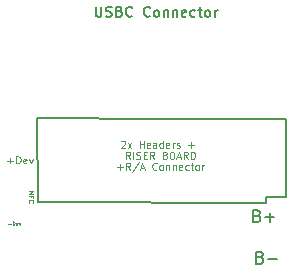
<source format=gto>
G04 #@! TF.FileFunction,Other,User*
%FSLAX46Y46*%
G04 Gerber Fmt 4.6, Leading zero omitted, Abs format (unit mm)*
G04 Created by KiCad (PCBNEW 4.0.2-stable) date 1/2/2018 2:21:40 AM*
%MOMM*%
G01*
G04 APERTURE LIST*
%ADD10C,0.050000*%
%ADD11C,0.150000*%
%ADD12C,0.127000*%
%ADD13C,0.080000*%
G04 APERTURE END LIST*
D10*
D11*
X48153942Y-70706415D02*
X48179342Y-70706415D01*
X58720342Y-70706415D02*
X48153942Y-70706415D01*
X58720342Y-77310415D02*
X58720342Y-70706415D01*
X57018542Y-77310415D02*
X58720342Y-77310415D01*
X57018542Y-77793015D02*
X57018542Y-77310415D01*
X37663742Y-77742215D02*
X57018542Y-77793015D01*
X37612942Y-70655615D02*
X37663742Y-77742215D01*
X48153942Y-70706415D02*
X37612942Y-70655615D01*
D12*
X42571990Y-61191091D02*
X42571990Y-61890196D01*
X42613114Y-61972444D01*
X42654238Y-62013567D01*
X42736485Y-62054691D01*
X42900981Y-62054691D01*
X42983228Y-62013567D01*
X43024352Y-61972444D01*
X43065476Y-61890196D01*
X43065476Y-61191091D01*
X43435590Y-62013567D02*
X43558962Y-62054691D01*
X43764581Y-62054691D01*
X43846828Y-62013567D01*
X43887952Y-61972444D01*
X43929076Y-61890196D01*
X43929076Y-61807948D01*
X43887952Y-61725701D01*
X43846828Y-61684577D01*
X43764581Y-61643453D01*
X43600085Y-61602329D01*
X43517838Y-61561205D01*
X43476714Y-61520082D01*
X43435590Y-61437834D01*
X43435590Y-61355586D01*
X43476714Y-61273339D01*
X43517838Y-61232215D01*
X43600085Y-61191091D01*
X43805705Y-61191091D01*
X43929076Y-61232215D01*
X44587057Y-61602329D02*
X44710428Y-61643453D01*
X44751552Y-61684577D01*
X44792676Y-61766825D01*
X44792676Y-61890196D01*
X44751552Y-61972444D01*
X44710428Y-62013567D01*
X44628181Y-62054691D01*
X44299190Y-62054691D01*
X44299190Y-61191091D01*
X44587057Y-61191091D01*
X44669304Y-61232215D01*
X44710428Y-61273339D01*
X44751552Y-61355586D01*
X44751552Y-61437834D01*
X44710428Y-61520082D01*
X44669304Y-61561205D01*
X44587057Y-61602329D01*
X44299190Y-61602329D01*
X45656276Y-61972444D02*
X45615152Y-62013567D01*
X45491781Y-62054691D01*
X45409533Y-62054691D01*
X45286161Y-62013567D01*
X45203914Y-61931320D01*
X45162790Y-61849072D01*
X45121666Y-61684577D01*
X45121666Y-61561205D01*
X45162790Y-61396710D01*
X45203914Y-61314463D01*
X45286161Y-61232215D01*
X45409533Y-61191091D01*
X45491781Y-61191091D01*
X45615152Y-61232215D01*
X45656276Y-61273339D01*
X47177857Y-61972444D02*
X47136733Y-62013567D01*
X47013362Y-62054691D01*
X46931114Y-62054691D01*
X46807742Y-62013567D01*
X46725495Y-61931320D01*
X46684371Y-61849072D01*
X46643247Y-61684577D01*
X46643247Y-61561205D01*
X46684371Y-61396710D01*
X46725495Y-61314463D01*
X46807742Y-61232215D01*
X46931114Y-61191091D01*
X47013362Y-61191091D01*
X47136733Y-61232215D01*
X47177857Y-61273339D01*
X47671342Y-62054691D02*
X47589095Y-62013567D01*
X47547971Y-61972444D01*
X47506847Y-61890196D01*
X47506847Y-61643453D01*
X47547971Y-61561205D01*
X47589095Y-61520082D01*
X47671342Y-61478958D01*
X47794714Y-61478958D01*
X47876962Y-61520082D01*
X47918085Y-61561205D01*
X47959209Y-61643453D01*
X47959209Y-61890196D01*
X47918085Y-61972444D01*
X47876962Y-62013567D01*
X47794714Y-62054691D01*
X47671342Y-62054691D01*
X48329323Y-61478958D02*
X48329323Y-62054691D01*
X48329323Y-61561205D02*
X48370447Y-61520082D01*
X48452694Y-61478958D01*
X48576066Y-61478958D01*
X48658314Y-61520082D01*
X48699437Y-61602329D01*
X48699437Y-62054691D01*
X49110675Y-61478958D02*
X49110675Y-62054691D01*
X49110675Y-61561205D02*
X49151799Y-61520082D01*
X49234046Y-61478958D01*
X49357418Y-61478958D01*
X49439666Y-61520082D01*
X49480789Y-61602329D01*
X49480789Y-62054691D01*
X50221018Y-62013567D02*
X50138770Y-62054691D01*
X49974275Y-62054691D01*
X49892027Y-62013567D01*
X49850903Y-61931320D01*
X49850903Y-61602329D01*
X49892027Y-61520082D01*
X49974275Y-61478958D01*
X50138770Y-61478958D01*
X50221018Y-61520082D01*
X50262141Y-61602329D01*
X50262141Y-61684577D01*
X49850903Y-61766825D01*
X51002370Y-62013567D02*
X50920123Y-62054691D01*
X50755627Y-62054691D01*
X50673380Y-62013567D01*
X50632256Y-61972444D01*
X50591132Y-61890196D01*
X50591132Y-61643453D01*
X50632256Y-61561205D01*
X50673380Y-61520082D01*
X50755627Y-61478958D01*
X50920123Y-61478958D01*
X51002370Y-61520082D01*
X51249114Y-61478958D02*
X51578104Y-61478958D01*
X51372485Y-61191091D02*
X51372485Y-61931320D01*
X51413609Y-62013567D01*
X51495856Y-62054691D01*
X51578104Y-62054691D01*
X51989342Y-62054691D02*
X51907095Y-62013567D01*
X51865971Y-61972444D01*
X51824847Y-61890196D01*
X51824847Y-61643453D01*
X51865971Y-61561205D01*
X51907095Y-61520082D01*
X51989342Y-61478958D01*
X52112714Y-61478958D01*
X52194962Y-61520082D01*
X52236085Y-61561205D01*
X52277209Y-61643453D01*
X52277209Y-61890196D01*
X52236085Y-61972444D01*
X52194962Y-62013567D01*
X52112714Y-62054691D01*
X51989342Y-62054691D01*
X52647323Y-62054691D02*
X52647323Y-61478958D01*
X52647323Y-61643453D02*
X52688447Y-61561205D01*
X52729571Y-61520082D01*
X52811818Y-61478958D01*
X52894066Y-61478958D01*
D10*
X35162700Y-79567044D02*
X35391271Y-79567044D01*
X35534129Y-79681329D02*
X35534129Y-79381329D01*
X35605557Y-79381329D01*
X35648414Y-79395615D01*
X35676986Y-79424186D01*
X35691271Y-79452758D01*
X35705557Y-79509901D01*
X35705557Y-79552758D01*
X35691271Y-79609901D01*
X35676986Y-79638472D01*
X35648414Y-79667044D01*
X35605557Y-79681329D01*
X35534129Y-79681329D01*
X35948414Y-79667044D02*
X35919843Y-79681329D01*
X35862700Y-79681329D01*
X35834129Y-79667044D01*
X35819843Y-79638472D01*
X35819843Y-79524186D01*
X35834129Y-79495615D01*
X35862700Y-79481329D01*
X35919843Y-79481329D01*
X35948414Y-79495615D01*
X35962700Y-79524186D01*
X35962700Y-79552758D01*
X35819843Y-79581329D01*
X36062700Y-79481329D02*
X36134129Y-79681329D01*
X36205557Y-79481329D01*
D13*
X36898590Y-76799301D02*
X37298590Y-76799301D01*
X36898590Y-77027873D01*
X37298590Y-77027873D01*
X37108113Y-77351682D02*
X37108113Y-77218349D01*
X36898590Y-77218349D02*
X37298590Y-77218349D01*
X37298590Y-77408825D01*
X36936685Y-77789778D02*
X36917637Y-77770730D01*
X36898590Y-77713587D01*
X36898590Y-77675492D01*
X36917637Y-77618349D01*
X36955732Y-77580254D01*
X36993828Y-77561206D01*
X37070018Y-77542158D01*
X37127161Y-77542158D01*
X37203352Y-77561206D01*
X37241447Y-77580254D01*
X37279542Y-77618349D01*
X37298590Y-77675492D01*
X37298590Y-77713587D01*
X37279542Y-77770730D01*
X37260494Y-77789778D01*
X35109228Y-74229758D02*
X35573685Y-74229758D01*
X35341456Y-74461986D02*
X35341456Y-73997529D01*
X35863971Y-74461986D02*
X35863971Y-73852386D01*
X36009114Y-73852386D01*
X36096199Y-73881415D01*
X36154257Y-73939472D01*
X36183285Y-73997529D01*
X36212314Y-74113644D01*
X36212314Y-74200729D01*
X36183285Y-74316844D01*
X36154257Y-74374901D01*
X36096199Y-74432958D01*
X36009114Y-74461986D01*
X35863971Y-74461986D01*
X36705799Y-74432958D02*
X36647742Y-74461986D01*
X36531628Y-74461986D01*
X36473571Y-74432958D01*
X36444542Y-74374901D01*
X36444542Y-74142672D01*
X36473571Y-74084615D01*
X36531628Y-74055586D01*
X36647742Y-74055586D01*
X36705799Y-74084615D01*
X36734828Y-74142672D01*
X36734828Y-74200729D01*
X36444542Y-74258786D01*
X36938028Y-74055586D02*
X37083171Y-74461986D01*
X37228313Y-74055586D01*
D11*
X56512961Y-82419444D02*
X56658104Y-82467825D01*
X56706485Y-82516205D01*
X56754866Y-82612967D01*
X56754866Y-82758110D01*
X56706485Y-82854872D01*
X56658104Y-82903253D01*
X56561342Y-82951634D01*
X56174295Y-82951634D01*
X56174295Y-81935634D01*
X56512961Y-81935634D01*
X56609723Y-81984015D01*
X56658104Y-82032396D01*
X56706485Y-82129158D01*
X56706485Y-82225920D01*
X56658104Y-82322682D01*
X56609723Y-82371063D01*
X56512961Y-82419444D01*
X56174295Y-82419444D01*
X57190295Y-82564586D02*
X57964390Y-82564586D01*
D13*
X44728571Y-72596004D02*
X44757600Y-72566975D01*
X44815657Y-72537946D01*
X44960800Y-72537946D01*
X45018857Y-72566975D01*
X45047886Y-72596004D01*
X45076914Y-72654061D01*
X45076914Y-72712118D01*
X45047886Y-72799204D01*
X44699543Y-73147546D01*
X45076914Y-73147546D01*
X45280114Y-73147546D02*
X45599428Y-72741146D01*
X45280114Y-72741146D02*
X45599428Y-73147546D01*
X46296114Y-73147546D02*
X46296114Y-72537946D01*
X46296114Y-72828232D02*
X46644457Y-72828232D01*
X46644457Y-73147546D02*
X46644457Y-72537946D01*
X47166971Y-73118518D02*
X47108914Y-73147546D01*
X46992800Y-73147546D01*
X46934743Y-73118518D01*
X46905714Y-73060461D01*
X46905714Y-72828232D01*
X46934743Y-72770175D01*
X46992800Y-72741146D01*
X47108914Y-72741146D01*
X47166971Y-72770175D01*
X47196000Y-72828232D01*
X47196000Y-72886289D01*
X46905714Y-72944346D01*
X47718514Y-73147546D02*
X47718514Y-72828232D01*
X47689485Y-72770175D01*
X47631428Y-72741146D01*
X47515314Y-72741146D01*
X47457257Y-72770175D01*
X47718514Y-73118518D02*
X47660457Y-73147546D01*
X47515314Y-73147546D01*
X47457257Y-73118518D01*
X47428228Y-73060461D01*
X47428228Y-73002404D01*
X47457257Y-72944346D01*
X47515314Y-72915318D01*
X47660457Y-72915318D01*
X47718514Y-72886289D01*
X48270057Y-73147546D02*
X48270057Y-72537946D01*
X48270057Y-73118518D02*
X48212000Y-73147546D01*
X48095886Y-73147546D01*
X48037828Y-73118518D01*
X48008800Y-73089489D01*
X47979771Y-73031432D01*
X47979771Y-72857261D01*
X48008800Y-72799204D01*
X48037828Y-72770175D01*
X48095886Y-72741146D01*
X48212000Y-72741146D01*
X48270057Y-72770175D01*
X48792571Y-73118518D02*
X48734514Y-73147546D01*
X48618400Y-73147546D01*
X48560343Y-73118518D01*
X48531314Y-73060461D01*
X48531314Y-72828232D01*
X48560343Y-72770175D01*
X48618400Y-72741146D01*
X48734514Y-72741146D01*
X48792571Y-72770175D01*
X48821600Y-72828232D01*
X48821600Y-72886289D01*
X48531314Y-72944346D01*
X49082857Y-73147546D02*
X49082857Y-72741146D01*
X49082857Y-72857261D02*
X49111885Y-72799204D01*
X49140914Y-72770175D01*
X49198971Y-72741146D01*
X49257028Y-72741146D01*
X49431199Y-73118518D02*
X49489256Y-73147546D01*
X49605371Y-73147546D01*
X49663428Y-73118518D01*
X49692456Y-73060461D01*
X49692456Y-73031432D01*
X49663428Y-72973375D01*
X49605371Y-72944346D01*
X49518285Y-72944346D01*
X49460228Y-72915318D01*
X49431199Y-72857261D01*
X49431199Y-72828232D01*
X49460228Y-72770175D01*
X49518285Y-72741146D01*
X49605371Y-72741146D01*
X49663428Y-72770175D01*
X50418171Y-72915318D02*
X50882628Y-72915318D01*
X50650399Y-73147546D02*
X50650399Y-72683089D01*
X45497828Y-74080986D02*
X45294628Y-73790701D01*
X45149485Y-74080986D02*
X45149485Y-73471386D01*
X45381713Y-73471386D01*
X45439771Y-73500415D01*
X45468799Y-73529444D01*
X45497828Y-73587501D01*
X45497828Y-73674586D01*
X45468799Y-73732644D01*
X45439771Y-73761672D01*
X45381713Y-73790701D01*
X45149485Y-73790701D01*
X45759085Y-74080986D02*
X45759085Y-73471386D01*
X46020342Y-74051958D02*
X46107428Y-74080986D01*
X46252571Y-74080986D01*
X46310628Y-74051958D01*
X46339657Y-74022929D01*
X46368685Y-73964872D01*
X46368685Y-73906815D01*
X46339657Y-73848758D01*
X46310628Y-73819729D01*
X46252571Y-73790701D01*
X46136457Y-73761672D01*
X46078399Y-73732644D01*
X46049371Y-73703615D01*
X46020342Y-73645558D01*
X46020342Y-73587501D01*
X46049371Y-73529444D01*
X46078399Y-73500415D01*
X46136457Y-73471386D01*
X46281599Y-73471386D01*
X46368685Y-73500415D01*
X46629942Y-73761672D02*
X46833142Y-73761672D01*
X46920228Y-74080986D02*
X46629942Y-74080986D01*
X46629942Y-73471386D01*
X46920228Y-73471386D01*
X47529828Y-74080986D02*
X47326628Y-73790701D01*
X47181485Y-74080986D02*
X47181485Y-73471386D01*
X47413713Y-73471386D01*
X47471771Y-73500415D01*
X47500799Y-73529444D01*
X47529828Y-73587501D01*
X47529828Y-73674586D01*
X47500799Y-73732644D01*
X47471771Y-73761672D01*
X47413713Y-73790701D01*
X47181485Y-73790701D01*
X48458742Y-73761672D02*
X48545828Y-73790701D01*
X48574856Y-73819729D01*
X48603885Y-73877786D01*
X48603885Y-73964872D01*
X48574856Y-74022929D01*
X48545828Y-74051958D01*
X48487770Y-74080986D01*
X48255542Y-74080986D01*
X48255542Y-73471386D01*
X48458742Y-73471386D01*
X48516799Y-73500415D01*
X48545828Y-73529444D01*
X48574856Y-73587501D01*
X48574856Y-73645558D01*
X48545828Y-73703615D01*
X48516799Y-73732644D01*
X48458742Y-73761672D01*
X48255542Y-73761672D01*
X48981256Y-73471386D02*
X49097370Y-73471386D01*
X49155428Y-73500415D01*
X49213485Y-73558472D01*
X49242513Y-73674586D01*
X49242513Y-73877786D01*
X49213485Y-73993901D01*
X49155428Y-74051958D01*
X49097370Y-74080986D01*
X48981256Y-74080986D01*
X48923199Y-74051958D01*
X48865142Y-73993901D01*
X48836113Y-73877786D01*
X48836113Y-73674586D01*
X48865142Y-73558472D01*
X48923199Y-73500415D01*
X48981256Y-73471386D01*
X49474742Y-73906815D02*
X49765028Y-73906815D01*
X49416685Y-74080986D02*
X49619885Y-73471386D01*
X49823085Y-74080986D01*
X50374628Y-74080986D02*
X50171428Y-73790701D01*
X50026285Y-74080986D02*
X50026285Y-73471386D01*
X50258513Y-73471386D01*
X50316571Y-73500415D01*
X50345599Y-73529444D01*
X50374628Y-73587501D01*
X50374628Y-73674586D01*
X50345599Y-73732644D01*
X50316571Y-73761672D01*
X50258513Y-73790701D01*
X50026285Y-73790701D01*
X50635885Y-74080986D02*
X50635885Y-73471386D01*
X50781028Y-73471386D01*
X50868113Y-73500415D01*
X50926171Y-73558472D01*
X50955199Y-73616529D01*
X50984228Y-73732644D01*
X50984228Y-73819729D01*
X50955199Y-73935844D01*
X50926171Y-73993901D01*
X50868113Y-74051958D01*
X50781028Y-74080986D01*
X50635885Y-74080986D01*
X44409257Y-74782198D02*
X44873714Y-74782198D01*
X44641485Y-75014426D02*
X44641485Y-74549969D01*
X45512343Y-75014426D02*
X45309143Y-74724141D01*
X45164000Y-75014426D02*
X45164000Y-74404826D01*
X45396228Y-74404826D01*
X45454286Y-74433855D01*
X45483314Y-74462884D01*
X45512343Y-74520941D01*
X45512343Y-74608026D01*
X45483314Y-74666084D01*
X45454286Y-74695112D01*
X45396228Y-74724141D01*
X45164000Y-74724141D01*
X46209028Y-74375798D02*
X45686514Y-75159569D01*
X46383200Y-74840255D02*
X46673486Y-74840255D01*
X46325143Y-75014426D02*
X46528343Y-74404826D01*
X46731543Y-75014426D01*
X47747543Y-74956369D02*
X47718514Y-74985398D01*
X47631428Y-75014426D01*
X47573371Y-75014426D01*
X47486286Y-74985398D01*
X47428228Y-74927341D01*
X47399200Y-74869284D01*
X47370171Y-74753169D01*
X47370171Y-74666084D01*
X47399200Y-74549969D01*
X47428228Y-74491912D01*
X47486286Y-74433855D01*
X47573371Y-74404826D01*
X47631428Y-74404826D01*
X47718514Y-74433855D01*
X47747543Y-74462884D01*
X48095886Y-75014426D02*
X48037828Y-74985398D01*
X48008800Y-74956369D01*
X47979771Y-74898312D01*
X47979771Y-74724141D01*
X48008800Y-74666084D01*
X48037828Y-74637055D01*
X48095886Y-74608026D01*
X48182971Y-74608026D01*
X48241028Y-74637055D01*
X48270057Y-74666084D01*
X48299086Y-74724141D01*
X48299086Y-74898312D01*
X48270057Y-74956369D01*
X48241028Y-74985398D01*
X48182971Y-75014426D01*
X48095886Y-75014426D01*
X48560343Y-74608026D02*
X48560343Y-75014426D01*
X48560343Y-74666084D02*
X48589371Y-74637055D01*
X48647429Y-74608026D01*
X48734514Y-74608026D01*
X48792571Y-74637055D01*
X48821600Y-74695112D01*
X48821600Y-75014426D01*
X49111886Y-74608026D02*
X49111886Y-75014426D01*
X49111886Y-74666084D02*
X49140914Y-74637055D01*
X49198972Y-74608026D01*
X49286057Y-74608026D01*
X49344114Y-74637055D01*
X49373143Y-74695112D01*
X49373143Y-75014426D01*
X49895657Y-74985398D02*
X49837600Y-75014426D01*
X49721486Y-75014426D01*
X49663429Y-74985398D01*
X49634400Y-74927341D01*
X49634400Y-74695112D01*
X49663429Y-74637055D01*
X49721486Y-74608026D01*
X49837600Y-74608026D01*
X49895657Y-74637055D01*
X49924686Y-74695112D01*
X49924686Y-74753169D01*
X49634400Y-74811226D01*
X50447200Y-74985398D02*
X50389143Y-75014426D01*
X50273029Y-75014426D01*
X50214971Y-74985398D01*
X50185943Y-74956369D01*
X50156914Y-74898312D01*
X50156914Y-74724141D01*
X50185943Y-74666084D01*
X50214971Y-74637055D01*
X50273029Y-74608026D01*
X50389143Y-74608026D01*
X50447200Y-74637055D01*
X50621371Y-74608026D02*
X50853600Y-74608026D01*
X50708457Y-74404826D02*
X50708457Y-74927341D01*
X50737485Y-74985398D01*
X50795543Y-75014426D01*
X50853600Y-75014426D01*
X51143886Y-75014426D02*
X51085828Y-74985398D01*
X51056800Y-74956369D01*
X51027771Y-74898312D01*
X51027771Y-74724141D01*
X51056800Y-74666084D01*
X51085828Y-74637055D01*
X51143886Y-74608026D01*
X51230971Y-74608026D01*
X51289028Y-74637055D01*
X51318057Y-74666084D01*
X51347086Y-74724141D01*
X51347086Y-74898312D01*
X51318057Y-74956369D01*
X51289028Y-74985398D01*
X51230971Y-75014426D01*
X51143886Y-75014426D01*
X51608343Y-75014426D02*
X51608343Y-74608026D01*
X51608343Y-74724141D02*
X51637371Y-74666084D01*
X51666400Y-74637055D01*
X51724457Y-74608026D01*
X51782514Y-74608026D01*
D11*
X56258961Y-78888844D02*
X56404104Y-78937225D01*
X56452485Y-78985605D01*
X56500866Y-79082367D01*
X56500866Y-79227510D01*
X56452485Y-79324272D01*
X56404104Y-79372653D01*
X56307342Y-79421034D01*
X55920295Y-79421034D01*
X55920295Y-78405034D01*
X56258961Y-78405034D01*
X56355723Y-78453415D01*
X56404104Y-78501796D01*
X56452485Y-78598558D01*
X56452485Y-78695320D01*
X56404104Y-78792082D01*
X56355723Y-78840463D01*
X56258961Y-78888844D01*
X55920295Y-78888844D01*
X56936295Y-79033986D02*
X57710390Y-79033986D01*
X57323342Y-79421034D02*
X57323342Y-78646939D01*
M02*

</source>
